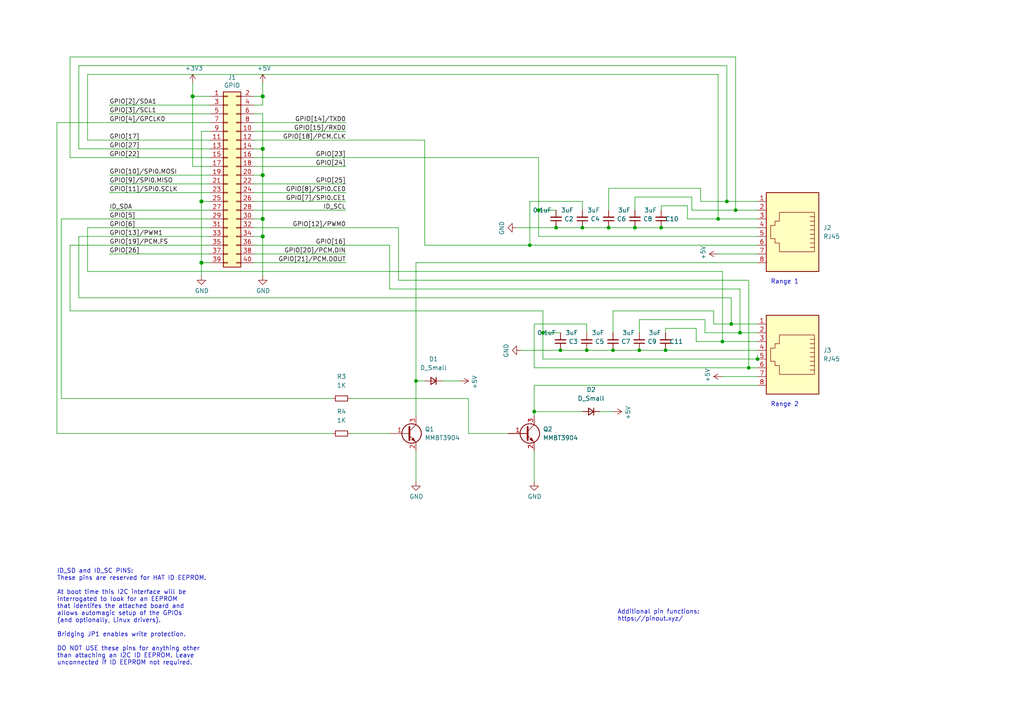
<source format=kicad_sch>
(kicad_sch (version 20211123) (generator eeschema)
  (paper "A4")
  (title_block (date "15 nov 2012"))
  (lib_symbols
    (symbol "Connector:RJ45" (pin_names (offset 1.016))
      (property "Reference" "J" (at -5.08 13.97 0))
      (property "Value" "RJ45" (at 2.54 13.97 0))
      (symbol "RJ45_0_1"
        (polyline (pts (xy -5.08 4.445) (xy -6.35 4.445)))
        (polyline (pts (xy -5.08 5.715) (xy -6.35 5.715)))
        (polyline (pts (xy -6.35 -3.175) (xy -5.08 -3.175) (xy -5.08 -3.175)))
        (polyline (pts (xy -6.35 -1.905) (xy -5.08 -1.905) (xy -5.08 -1.905)))
        (polyline (pts (xy -6.35 -0.635) (xy -5.08 -0.635) (xy -5.08 -0.635)))
        (polyline (pts (xy -6.35 0.635) (xy -5.08 0.635) (xy -5.08 0.635)))
        (polyline (pts (xy -6.35 1.905) (xy -5.08 1.905) (xy -5.08 1.905)))
        (polyline (pts (xy -5.08 3.175) (xy -6.35 3.175) (xy -6.35 3.175)))
        (polyline (pts (xy -6.35 -4.445) (xy -6.35 6.985) (xy 3.81 6.985) (xy 3.81 4.445) (xy 5.08 4.445) (xy 5.08 3.175) (xy 6.35 3.175) (xy 6.35 -0.635) (xy 5.08 -0.635) (xy 5.08 -1.905) (xy 3.81 -1.905) (xy 3.81 -4.445) (xy -6.35 -4.445) (xy -6.35 -4.445)))
        (rectangle (start 7.62 12.7) (end -7.62 -10.16) (stroke (width 0.254)) (fill (type background)))
      )
      (symbol "RJ45_1_1"
        (pin passive line (at 10.16 -7.62 180) (length 2.54) (name "~") (number "1"))
        (pin passive line (at 10.16 -5.08 180) (length 2.54) (name "~") (number "2"))
        (pin passive line (at 10.16 -2.54 180) (length 2.54) (name "~") (number "3"))
        (pin passive line (at 10.16 0 180) (length 2.54) (name "~") (number "4"))
        (pin passive line (at 10.16 2.54 180) (length 2.54) (name "~") (number "5"))
        (pin passive line (at 10.16 5.08 180) (length 2.54) (name "~") (number "6"))
        (pin passive line (at 10.16 7.62 180) (length 2.54) (name "~") (number "7"))
        (pin passive line (at 10.16 10.16 180) (length 2.54) (name "~") (number "8"))
      )
    )
    (symbol "Connector_Generic:Conn_02x20_Odd_Even" (pin_names (offset 1.016) hide)
      (property "Reference" "J" (at 1.27 25.4 0))
      (property "Value" "Conn_02x20_Odd_Even" (at 1.27 -27.94 0))
      (symbol "Conn_02x20_Odd_Even_1_1"
        (rectangle (start -1.27 -25.273) (end 0 -25.527) (stroke (width 0.1524)))
        (rectangle (start -1.27 -22.733) (end 0 -22.987) (stroke (width 0.1524)))
        (rectangle (start -1.27 -20.193) (end 0 -20.447) (stroke (width 0.1524)))
        (rectangle (start -1.27 -17.653) (end 0 -17.907) (stroke (width 0.1524)))
        (rectangle (start -1.27 -15.113) (end 0 -15.367) (stroke (width 0.1524)))
        (rectangle (start -1.27 -12.573) (end 0 -12.827) (stroke (width 0.1524)))
        (rectangle (start -1.27 -10.033) (end 0 -10.287) (stroke (width 0.1524)))
        (rectangle (start -1.27 -7.493) (end 0 -7.747) (stroke (width 0.1524)))
        (rectangle (start -1.27 -4.953) (end 0 -5.207) (stroke (width 0.1524)))
        (rectangle (start -1.27 -2.413) (end 0 -2.667) (stroke (width 0.1524)))
        (rectangle (start -1.27 0.127) (end 0 -0.127) (stroke (width 0.1524)))
        (rectangle (start -1.27 2.667) (end 0 2.413) (stroke (width 0.1524)))
        (rectangle (start -1.27 5.207) (end 0 4.953) (stroke (width 0.1524)))
        (rectangle (start -1.27 7.747) (end 0 7.493) (stroke (width 0.1524)))
        (rectangle (start -1.27 10.287) (end 0 10.033) (stroke (width 0.1524)))
        (rectangle (start -1.27 12.827) (end 0 12.573) (stroke (width 0.1524)))
        (rectangle (start -1.27 15.367) (end 0 15.113) (stroke (width 0.1524)))
        (rectangle (start -1.27 17.907) (end 0 17.653) (stroke (width 0.1524)))
        (rectangle (start -1.27 20.447) (end 0 20.193) (stroke (width 0.1524)))
        (rectangle (start -1.27 22.987) (end 0 22.733) (stroke (width 0.1524)))
        (rectangle (start -1.27 24.13) (end 3.81 -26.67) (stroke (width 0.254)) (fill (type background)))
        (rectangle (start 3.81 -25.273) (end 2.54 -25.527) (stroke (width 0.1524)))
        (rectangle (start 3.81 -22.733) (end 2.54 -22.987) (stroke (width 0.1524)))
        (rectangle (start 3.81 -20.193) (end 2.54 -20.447) (stroke (width 0.1524)))
        (rectangle (start 3.81 -17.653) (end 2.54 -17.907) (stroke (width 0.1524)))
        (rectangle (start 3.81 -15.113) (end 2.54 -15.367) (stroke (width 0.1524)))
        (rectangle (start 3.81 -12.573) (end 2.54 -12.827) (stroke (width 0.1524)))
        (rectangle (start 3.81 -10.033) (end 2.54 -10.287) (stroke (width 0.1524)))
        (rectangle (start 3.81 -7.493) (end 2.54 -7.747) (stroke (width 0.1524)))
        (rectangle (start 3.81 -4.953) (end 2.54 -5.207) (stroke (width 0.1524)))
        (rectangle (start 3.81 -2.413) (end 2.54 -2.667) (stroke (width 0.1524)))
        (rectangle (start 3.81 0.127) (end 2.54 -0.127) (stroke (width 0.1524)))
        (rectangle (start 3.81 2.667) (end 2.54 2.413) (stroke (width 0.1524)))
        (rectangle (start 3.81 5.207) (end 2.54 4.953) (stroke (width 0.1524)))
        (rectangle (start 3.81 7.747) (end 2.54 7.493) (stroke (width 0.1524)))
        (rectangle (start 3.81 10.287) (end 2.54 10.033) (stroke (width 0.1524)))
        (rectangle (start 3.81 12.827) (end 2.54 12.573) (stroke (width 0.1524)))
        (rectangle (start 3.81 15.367) (end 2.54 15.113) (stroke (width 0.1524)))
        (rectangle (start 3.81 17.907) (end 2.54 17.653) (stroke (width 0.1524)))
        (rectangle (start 3.81 20.447) (end 2.54 20.193) (stroke (width 0.1524)))
        (rectangle (start 3.81 22.987) (end 2.54 22.733) (stroke (width 0.1524)))
        (pin passive line (at -5.08 22.86 0) (length 3.81) (name "Pin_1") (number "1"))
        (pin passive line (at 7.62 12.7 180) (length 3.81) (name "Pin_10") (number "10"))
        (pin passive line (at -5.08 10.16 0) (length 3.81) (name "Pin_11") (number "11"))
        (pin passive line (at 7.62 10.16 180) (length 3.81) (name "Pin_12") (number "12"))
        (pin passive line (at -5.08 7.62 0) (length 3.81) (name "Pin_13") (number "13"))
        (pin passive line (at 7.62 7.62 180) (length 3.81) (name "Pin_14") (number "14"))
        (pin passive line (at -5.08 5.08 0) (length 3.81) (name "Pin_15") (number "15"))
        (pin passive line (at 7.62 5.08 180) (length 3.81) (name "Pin_16") (number "16"))
        (pin passive line (at -5.08 2.54 0) (length 3.81) (name "Pin_17") (number "17"))
        (pin passive line (at 7.62 2.54 180) (length 3.81) (name "Pin_18") (number "18"))
        (pin passive line (at -5.08 0 0) (length 3.81) (name "Pin_19") (number "19"))
        (pin passive line (at 7.62 22.86 180) (length 3.81) (name "Pin_2") (number "2"))
        (pin passive line (at 7.62 0 180) (length 3.81) (name "Pin_20") (number "20"))
        (pin passive line (at -5.08 -2.54 0) (length 3.81) (name "Pin_21") (number "21"))
        (pin passive line (at 7.62 -2.54 180) (length 3.81) (name "Pin_22") (number "22"))
        (pin passive line (at -5.08 -5.08 0) (length 3.81) (name "Pin_23") (number "23"))
        (pin passive line (at 7.62 -5.08 180) (length 3.81) (name "Pin_24") (number "24"))
        (pin passive line (at -5.08 -7.62 0) (length 3.81) (name "Pin_25") (number "25"))
        (pin passive line (at 7.62 -7.62 180) (length 3.81) (name "Pin_26") (number "26"))
        (pin passive line (at -5.08 -10.16 0) (length 3.81) (name "Pin_27") (number "27"))
        (pin passive line (at 7.62 -10.16 180) (length 3.81) (name "Pin_28") (number "28"))
        (pin passive line (at -5.08 -12.7 0) (length 3.81) (name "Pin_29") (number "29"))
        (pin passive line (at -5.08 20.32 0) (length 3.81) (name "Pin_3") (number "3"))
        (pin passive line (at 7.62 -12.7 180) (length 3.81) (name "Pin_30") (number "30"))
        (pin passive line (at -5.08 -15.24 0) (length 3.81) (name "Pin_31") (number "31"))
        (pin passive line (at 7.62 -15.24 180) (length 3.81) (name "Pin_32") (number "32"))
        (pin passive line (at -5.08 -17.78 0) (length 3.81) (name "Pin_33") (number "33"))
        (pin passive line (at 7.62 -17.78 180) (length 3.81) (name "Pin_34") (number "34"))
        (pin passive line (at -5.08 -20.32 0) (length 3.81) (name "Pin_35") (number "35"))
        (pin passive line (at 7.62 -20.32 180) (length 3.81) (name "Pin_36") (number "36"))
        (pin passive line (at -5.08 -22.86 0) (length 3.81) (name "Pin_37") (number "37"))
        (pin passive line (at 7.62 -22.86 180) (length 3.81) (name "Pin_38") (number "38"))
        (pin passive line (at -5.08 -25.4 0) (length 3.81) (name "Pin_39") (number "39"))
        (pin passive line (at 7.62 20.32 180) (length 3.81) (name "Pin_4") (number "4"))
        (pin passive line (at 7.62 -25.4 180) (length 3.81) (name "Pin_40") (number "40"))
        (pin passive line (at -5.08 17.78 0) (length 3.81) (name "Pin_5") (number "5"))
        (pin passive line (at 7.62 17.78 180) (length 3.81) (name "Pin_6") (number "6"))
        (pin passive line (at -5.08 15.24 0) (length 3.81) (name "Pin_7") (number "7"))
        (pin passive line (at 7.62 15.24 180) (length 3.81) (name "Pin_8") (number "8"))
        (pin passive line (at -5.08 12.7 0) (length 3.81) (name "Pin_9") (number "9"))
      )
    )
    (symbol "Device:C_Small" (pin_numbers hide) (pin_names (offset 0.254) hide)
      (property "Reference" "C" (at 0.254 1.778 0))
      (property "Value" "C_Small" (at 0.254 -2.032 0))
      (symbol "C_Small_0_1"
        (polyline (pts (xy -1.524 -0.508) (xy 1.524 -0.508)) (stroke (width 0.3302)))
        (polyline (pts (xy -1.524 0.508) (xy 1.524 0.508)) (stroke (width 0.3048)))
      )
      (symbol "C_Small_1_1"
        (pin passive line (at 0 2.54 270) (length 2.032) (name "~") (number "1"))
        (pin passive line (at 0 -2.54 90) (length 2.032) (name "~") (number "2"))
      )
    )
    (symbol "Device:D_Small" (pin_numbers hide) (pin_names (offset 0.254) hide)
      (property "Reference" "D" (at -1.27 2.032 0))
      (property "Value" "D_Small" (at -3.81 -2.032 0))
      (symbol "D_Small_0_1"
        (polyline (pts (xy -0.762 -1.016) (xy -0.762 1.016)) (stroke (width 0.254)))
        (polyline (pts (xy -0.762 0) (xy 0.762 0)))
        (polyline (pts (xy 0.762 -1.016) (xy -0.762 0) (xy 0.762 1.016) (xy 0.762 -1.016)) (stroke (width 0.254)))
      )
      (symbol "D_Small_1_1"
        (pin passive line (at -2.54 0 0) (length 1.778) (name "K") (number "1"))
        (pin passive line (at 2.54 0 180) (length 1.778) (name "A") (number "2"))
      )
    )
    (symbol "Device:R_Small" (pin_numbers hide) (pin_names (offset 0.254) hide)
      (property "Reference" "R" (at 0.762 0.508 0))
      (property "Value" "R_Small" (at 0.762 -1.016 0))
      (symbol "R_Small_0_1"
        (rectangle (start -0.762 1.778) (end 0.762 -1.778) (stroke (width 0.2032)))
      )
      (symbol "R_Small_1_1"
        (pin passive line (at 0 2.54 270) (length 0.762) (name "~") (number "1"))
        (pin passive line (at 0 -2.54 90) (length 0.762) (name "~") (number "2"))
      )
    )
    (symbol "Transistor_BJT:MMBT3904" (pin_names (offset 0) hide)
      (property "Reference" "Q" (at 5.08 1.905 0))
      (property "Value" "MMBT3904" (at 5.08 0 0))
      (symbol "MMBT3904_0_1"
        (polyline (pts (xy 0.635 0.635) (xy 2.54 2.54)))
        (polyline (pts (xy 0.635 -0.635) (xy 2.54 -2.54) (xy 2.54 -2.54)))
        (polyline (pts (xy 0.635 1.905) (xy 0.635 -1.905) (xy 0.635 -1.905)) (stroke (width 0.508)))
        (polyline (pts (xy 1.27 -1.778) (xy 1.778 -1.27) (xy 2.286 -2.286) (xy 1.27 -1.778) (xy 1.27 -1.778)) (fill (type outline)))
        (circle (center 1.27 0) (radius 2.8194) (stroke (width 0.254)))
      )
      (symbol "MMBT3904_1_1"
        (pin input line (at -5.08 0 0) (length 5.715) (name "B") (number "1"))
        (pin passive line (at 2.54 -5.08 90) (length 2.54) (name "E") (number "2"))
        (pin passive line (at 2.54 5.08 270) (length 2.54) (name "C") (number "3"))
      )
    )
    (symbol "power:+3.3V" (power) (pin_names (offset 0))
      (property "Value" "+3.3V" (at 0 3.556 0))
      (symbol "+3.3V_0_1"
        (polyline (pts (xy -0.762 1.27) (xy 0 2.54)))
        (polyline (pts (xy 0 0) (xy 0 2.54)))
        (polyline (pts (xy 0 2.54) (xy 0.762 1.27)))
      )
      (symbol "+3.3V_1_1"
        (pin power_in line (at 0 0 90) (length 0) hide (name "+3V3") (number "1"))
      )
    )
    (symbol "power:+5V" (power) (pin_names (offset 0))
      (property "Value" "+5V" (at 0 3.556 0))
      (symbol "+5V_0_1"
        (polyline (pts (xy -0.762 1.27) (xy 0 2.54)))
        (polyline (pts (xy 0 0) (xy 0 2.54)))
        (polyline (pts (xy 0 2.54) (xy 0.762 1.27)))
      )
      (symbol "+5V_1_1"
        (pin power_in line (at 0 0 90) (length 0) hide (name "+5V") (number "1"))
      )
    )
    (symbol "power:GND" (power) (pin_names (offset 0))
      (property "Value" "GND" (at 0 -3.81 0))
      (symbol "GND_0_1"
        (polyline (pts (xy 0 0) (xy 0 -1.27) (xy 1.27 -1.27) (xy 0 -2.54) (xy -1.27 -1.27) (xy 0 -1.27)))
      )
      (symbol "GND_1_1"
        (pin power_in line (at 0 0 270) (length 0) hide (name "GND") (number "1"))
      )
    )
  )
  (junction (at 184.15 66.04))
  (junction (at 208.28 63.5))
  (junction (at 76.2 27.94) (diameter 1.016))
  (junction (at 76.2 43.18) (diameter 1.016))
  (junction (at 217.17 106.68))
  (junction (at 120.65 110.49))
  (junction (at 209.55 99.06))
  (junction (at 168.91 66.04))
  (junction (at 153.67 71.12))
  (junction (at 210.82 58.42))
  (junction (at 176.53 66.04))
  (junction (at 58.42 76.2) (diameter 1.016))
  (junction (at 177.8 101.6))
  (junction (at 58.42 58.42) (diameter 1.016))
  (junction (at 154.94 119.38))
  (junction (at 161.29 66.04))
  (junction (at 76.2 68.58) (diameter 1.016))
  (junction (at 219.71 104.14))
  (junction (at 156.21 60.96))
  (junction (at 170.18 101.6))
  (junction (at 162.56 101.6))
  (junction (at 76.2 63.5) (diameter 1.016))
  (junction (at 76.2 50.8) (diameter 1.016))
  (junction (at 213.36 60.96))
  (junction (at 185.42 101.6))
  (junction (at 212.09 93.98))
  (junction (at 191.77 66.04))
  (junction (at 157.48 96.52))
  (junction (at 193.04 101.6))
  (junction (at 55.88 27.94) (diameter 1.016))
  (junction (at 214.63 96.52))
  (wire (pts (xy 58.42 58.42) (xy 58.42 76.2)))
  (wire (pts (xy 193.04 96.52) (xy 193.04 95.25)))
  (wire (pts (xy 73.66 58.42) (xy 100.33 58.42)))
  (wire (pts (xy 184.15 60.96) (xy 184.15 57.15)))
  (wire (pts (xy 25.4 40.64) (xy 60.96 40.64)))
  (wire (pts (xy 185.42 92.71) (xy 204.47 92.71)))
  (wire (pts (xy 17.78 115.57) (xy 96.52 115.57)))
  (wire (pts (xy 170.18 101.6) (xy 177.8 101.6)))
  (wire (pts (xy 76.2 33.02) (xy 76.2 43.18)))
  (wire (pts (xy 153.67 71.12) (xy 219.71 71.12)))
  (wire (pts (xy 113.03 71.12) (xy 113.03 83.82)))
  (wire (pts (xy 76.2 50.8) (xy 73.66 50.8)))
  (wire (pts (xy 191.77 60.96) (xy 191.77 59.69)))
  (wire (pts (xy 123.19 40.64) (xy 123.19 71.12)))
  (wire (pts (xy 120.65 120.65) (xy 120.65 110.49)))
  (wire (pts (xy 154.94 111.76) (xy 219.71 111.76)))
  (wire (pts (xy 76.2 63.5) (xy 76.2 68.58)))
  (wire (pts (xy 154.94 130.81) (xy 154.94 139.7)))
  (wire (pts (xy 73.66 66.04) (xy 115.57 66.04)))
  (wire (pts (xy 168.91 58.42) (xy 153.67 58.42)))
  (wire (pts (xy 212.09 93.98) (xy 219.71 93.98)))
  (wire (pts (xy 177.8 101.6) (xy 185.42 101.6)))
  (wire (pts (xy 17.78 63.5) (xy 60.96 63.5)))
  (wire (pts (xy 184.15 57.15) (xy 200.66 57.15)))
  (wire (pts (xy 22.86 43.18) (xy 22.86 19.05)))
  (wire (pts (xy 204.47 96.52) (xy 214.63 96.52)))
  (wire (pts (xy 76.2 50.8) (xy 76.2 63.5)))
  (wire (pts (xy 73.66 35.56) (xy 100.33 35.56)))
  (wire (pts (xy 58.42 38.1) (xy 58.42 58.42)))
  (wire (pts (xy 214.63 83.82) (xy 214.63 96.52)))
  (wire (pts (xy 168.91 60.96) (xy 168.91 58.42)))
  (wire (pts (xy 168.91 66.04) (xy 176.53 66.04)))
  (wire (pts (xy 203.2 54.61) (xy 203.2 58.42)))
  (wire (pts (xy 156.21 68.58) (xy 219.71 68.58)))
  (wire (pts (xy 120.65 76.2) (xy 219.71 76.2)))
  (wire (pts (xy 157.48 90.17) (xy 157.48 96.52)))
  (wire (pts (xy 58.42 38.1) (xy 60.96 38.1)))
  (wire (pts (xy 73.66 55.88) (xy 100.33 55.88)))
  (wire (pts (xy 60.96 60.96) (xy 31.75 60.96)))
  (wire (pts (xy 25.4 78.74) (xy 209.55 78.74)))
  (wire (pts (xy 154.94 93.98) (xy 154.94 106.68)))
  (wire (pts (xy 191.77 66.04) (xy 219.71 66.04)))
  (wire (pts (xy 210.82 19.05) (xy 210.82 58.42)))
  (wire (pts (xy 58.42 58.42) (xy 60.96 58.42)))
  (wire (pts (xy 73.66 71.12) (xy 113.03 71.12)))
  (wire (pts (xy 208.28 21.59) (xy 208.28 63.5)))
  (wire (pts (xy 73.66 45.72) (xy 156.21 45.72)))
  (wire (pts (xy 16.51 35.56) (xy 16.51 125.73)))
  (wire (pts (xy 214.63 96.52) (xy 219.71 96.52)))
  (wire (pts (xy 120.65 130.81) (xy 120.65 139.7)))
  (wire (pts (xy 199.39 63.5) (xy 208.28 63.5)))
  (wire (pts (xy 22.86 68.58) (xy 22.86 86.36)))
  (wire (pts (xy 151.13 101.6) (xy 162.56 101.6)))
  (wire (pts (xy 73.66 76.2) (xy 100.33 76.2)))
  (wire (pts (xy 58.42 76.2) (xy 58.42 80.01)))
  (wire (pts (xy 185.42 96.52) (xy 185.42 92.71)))
  (wire (pts (xy 55.88 24.13) (xy 55.88 27.94)))
  (wire (pts (xy 154.94 119.38) (xy 154.94 111.76)))
  (wire (pts (xy 149.86 66.04) (xy 161.29 66.04)))
  (wire (pts (xy 76.2 68.58) (xy 73.66 68.58)))
  (wire (pts (xy 154.94 119.38) (xy 168.91 119.38)))
  (wire (pts (xy 217.17 81.28) (xy 217.17 106.68)))
  (wire (pts (xy 161.29 66.04) (xy 168.91 66.04)))
  (wire (pts (xy 31.75 33.02) (xy 60.96 33.02)))
  (wire (pts (xy 200.66 60.96) (xy 213.36 60.96)))
  (wire (pts (xy 156.21 45.72) (xy 156.21 60.96)))
  (wire (pts (xy 170.18 93.98) (xy 154.94 93.98)))
  (wire (pts (xy 31.75 55.88) (xy 60.96 55.88)))
  (wire (pts (xy 212.09 86.36) (xy 212.09 93.98)))
  (wire (pts (xy 203.2 58.42) (xy 210.82 58.42)))
  (wire (pts (xy 176.53 60.96) (xy 176.53 54.61)))
  (wire (pts (xy 20.32 16.51) (xy 213.36 16.51)))
  (wire (pts (xy 55.88 48.26) (xy 60.96 48.26)))
  (wire (pts (xy 184.15 66.04) (xy 191.77 66.04)))
  (wire (pts (xy 219.71 104.14) (xy 219.71 102.87)))
  (wire (pts (xy 20.32 45.72) (xy 20.32 16.51)))
  (wire (pts (xy 60.96 30.48) (xy 31.75 30.48)))
  (wire (pts (xy 17.78 63.5) (xy 17.78 115.57)))
  (wire (pts (xy 76.2 27.94) (xy 76.2 30.48)))
  (wire (pts (xy 199.39 59.69) (xy 199.39 63.5)))
  (wire (pts (xy 76.2 43.18) (xy 76.2 50.8)))
  (wire (pts (xy 123.19 71.12) (xy 153.67 71.12)))
  (wire (pts (xy 153.67 58.42) (xy 153.67 71.12)))
  (wire (pts (xy 73.66 40.64) (xy 123.19 40.64)))
  (wire (pts (xy 25.4 66.04) (xy 60.96 66.04)))
  (wire (pts (xy 76.2 43.18) (xy 73.66 43.18)))
  (wire (pts (xy 20.32 90.17) (xy 157.48 90.17)))
  (wire (pts (xy 161.29 60.96) (xy 156.21 60.96)))
  (wire (pts (xy 115.57 66.04) (xy 115.57 81.28)))
  (wire (pts (xy 76.2 24.13) (xy 76.2 27.94)))
  (wire (pts (xy 213.36 60.96) (xy 219.71 60.96)))
  (wire (pts (xy 16.51 35.56) (xy 60.96 35.56)))
  (wire (pts (xy 76.2 27.94) (xy 73.66 27.94)))
  (wire (pts (xy 200.66 57.15) (xy 200.66 60.96)))
  (wire (pts (xy 55.88 27.94) (xy 55.88 48.26)))
  (wire (pts (xy 73.66 48.26) (xy 100.33 48.26)))
  (wire (pts (xy 22.86 68.58) (xy 60.96 68.58)))
  (wire (pts (xy 128.27 110.49) (xy 133.35 110.49)))
  (wire (pts (xy 73.66 38.1) (xy 100.33 38.1)))
  (wire (pts (xy 209.55 109.22) (xy 219.71 109.22)))
  (wire (pts (xy 191.77 59.69) (xy 199.39 59.69)))
  (wire (pts (xy 207.01 90.17) (xy 207.01 93.98)))
  (wire (pts (xy 177.8 90.17) (xy 207.01 90.17)))
  (wire (pts (xy 31.75 53.34) (xy 60.96 53.34)))
  (wire (pts (xy 207.01 93.98) (xy 212.09 93.98)))
  (wire (pts (xy 204.47 92.71) (xy 204.47 96.52)))
  (wire (pts (xy 20.32 71.12) (xy 20.32 90.17)))
  (wire (pts (xy 25.4 66.04) (xy 25.4 78.74)))
  (wire (pts (xy 115.57 81.28) (xy 217.17 81.28)))
  (wire (pts (xy 208.28 63.5) (xy 219.71 63.5)))
  (wire (pts (xy 76.2 30.48) (xy 73.66 30.48)))
  (wire (pts (xy 22.86 86.36) (xy 212.09 86.36)))
  (wire (pts (xy 217.17 106.68) (xy 219.71 106.68)))
  (wire (pts (xy 25.4 40.64) (xy 25.4 21.59)))
  (wire (pts (xy 20.32 71.12) (xy 60.96 71.12)))
  (wire (pts (xy 157.48 104.14) (xy 219.71 104.14)))
  (wire (pts (xy 16.51 125.73) (xy 96.52 125.73)))
  (wire (pts (xy 209.55 99.06) (xy 219.71 99.06)))
  (wire (pts (xy 58.42 76.2) (xy 60.96 76.2)))
  (wire (pts (xy 173.99 119.38) (xy 177.8 119.38)))
  (wire (pts (xy 162.56 96.52) (xy 157.48 96.52)))
  (wire (pts (xy 120.65 110.49) (xy 120.65 76.2)))
  (wire (pts (xy 210.82 58.42) (xy 219.71 58.42)))
  (wire (pts (xy 156.21 60.96) (xy 156.21 68.58)))
  (wire (pts (xy 193.04 95.25) (xy 201.93 95.25)))
  (wire (pts (xy 73.66 73.66) (xy 100.33 73.66)))
  (wire (pts (xy 20.32 45.72) (xy 60.96 45.72)))
  (wire (pts (xy 213.36 16.51) (xy 213.36 60.96)))
  (wire (pts (xy 193.04 101.6) (xy 219.71 101.6)))
  (wire (pts (xy 76.2 33.02) (xy 73.66 33.02)))
  (wire (pts (xy 31.75 73.66) (xy 60.96 73.66)))
  (wire (pts (xy 113.03 83.82) (xy 214.63 83.82)))
  (wire (pts (xy 101.6 125.73) (xy 113.03 125.73)))
  (wire (pts (xy 162.56 101.6) (xy 170.18 101.6)))
  (wire (pts (xy 176.53 54.61) (xy 203.2 54.61)))
  (wire (pts (xy 185.42 101.6) (xy 193.04 101.6)))
  (wire (pts (xy 157.48 96.52) (xy 157.48 104.14)))
  (wire (pts (xy 22.86 43.18) (xy 60.96 43.18)))
  (wire (pts (xy 120.65 110.49) (xy 123.19 110.49)))
  (wire (pts (xy 154.94 120.65) (xy 154.94 119.38)))
  (wire (pts (xy 201.93 95.25) (xy 201.93 99.06)))
  (wire (pts (xy 209.55 78.74) (xy 209.55 99.06)))
  (wire (pts (xy 135.89 115.57) (xy 101.6 115.57)))
  (wire (pts (xy 176.53 66.04) (xy 184.15 66.04)))
  (wire (pts (xy 208.28 73.66) (xy 219.71 73.66)))
  (wire (pts (xy 76.2 68.58) (xy 76.2 80.01)))
  (wire (pts (xy 73.66 53.34) (xy 100.33 53.34)))
  (wire (pts (xy 154.94 106.68) (xy 217.17 106.68)))
  (wire (pts (xy 76.2 63.5) (xy 73.66 63.5)))
  (wire (pts (xy 55.88 27.94) (xy 60.96 27.94)))
  (wire (pts (xy 25.4 21.59) (xy 208.28 21.59)))
  (wire (pts (xy 22.86 19.05) (xy 210.82 19.05)))
  (wire (pts (xy 201.93 99.06) (xy 209.55 99.06)))
  (wire (pts (xy 135.89 125.73) (xy 135.89 115.57)))
  (wire (pts (xy 60.96 50.8) (xy 31.75 50.8)))
  (wire (pts (xy 73.66 60.96) (xy 100.33 60.96)))
  (wire (pts (xy 147.32 125.73) (xy 135.89 125.73)))
  (wire (pts (xy 177.8 96.52) (xy 177.8 90.17)))
  (wire (pts (xy 170.18 96.52) (xy 170.18 93.98)))
  (text "Range 1" (at 223.52 82.55 0) (effects (font (size 1.27 1.27)) (justify left bottom)))
  (text "Additional pin functions:\nhttps://pinout.xyz/" (at 179.07 180.34 0) (effects (font (size 1.27 1.27)) (justify left bottom)))
  (text "Range 2" (at 223.52 118.11 0) (effects (font (size 1.27 1.27)) (justify left bottom)))
  (text "ID_SD and ID_SC PINS:\nThese pins are reserved for HAT ID EEPROM.\n\nAt boot time this I2C interface will be\ninterrogated to look for an EEPROM\nthat identifes the attached board and\nallows automagic setup of the GPIOs\n(and optionally, Linux drivers).\n\nBridging JP1 enables write protection.\n\nDO NOT USE these pins for anything other\nthan attaching an I2C ID EEPROM. Leave\nunconnected if ID EEPROM not required." (at 16.51 193.04 0) (effects (font (size 1.27 1.27)) (justify left bottom)))
  (label "ID_SDA" (at 31.75 60.96 0))
  (label "GPIO[6]" (at 31.75 66.04 0))
  (label "ID_SCL" (at 100.33 60.96 180))
  (label "GPIO[5]" (at 31.75 63.5 0))
  (label "GPIO[21]{slash}PCM.DOUT" (at 100.33 76.2 180))
  (label "GPIO[19]{slash}PCM.FS" (at 31.75 71.12 0))
  (label "GPIO[10]{slash}SPI0.MOSI" (at 31.75 50.8 0))
  (label "GPIO[9]{slash}SPI0.MISO" (at 31.75 53.34 0))
  (label "GPIO[23]" (at 100.33 45.72 180))
  (label "GPIO[4]{slash}GPCLK0" (at 31.75 35.56 0))
  (label "GPIO[27]" (at 31.75 43.18 0))
  (label "GPIO[26]" (at 31.75 73.66 0))
  (label "GPIO[14]{slash}TXD0" (at 100.33 35.56 180))
  (label "GPIO[8]{slash}SPI0.CE0" (at 100.33 55.88 180))
  (label "GPIO[15]{slash}RXD0" (at 100.33 38.1 180))
  (label "GPIO[16]" (at 100.33 71.12 180))
  (label "GPIO[22]" (at 31.75 45.72 0))
  (label "GPIO[2]{slash}SDA1" (at 31.75 30.48 0))
  (label "GPIO[17]" (at 31.75 40.64 0))
  (label "GPIO[25]" (at 100.33 53.34 180))
  (label "GPIO[3]{slash}SCL1" (at 31.75 33.02 0))
  (label "GPIO[18]{slash}PCM.CLK" (at 100.33 40.64 180))
  (label "GPIO[12]{slash}PWM0" (at 100.33 66.04 180))
  (label "GPIO[13]{slash}PWM1" (at 31.75 68.58 0))
  (label "GPIO[20]{slash}PCM.DIN" (at 100.33 73.66 180))
  (label "GPIO[24]" (at 100.33 48.26 180))
  (label "GPIO[7]{slash}SPI0.CE1" (at 100.33 58.42 180))
  (label "GPIO[11]{slash}SPI0.SCLK" (at 31.75 55.88 0))
  (symbol (lib_id "power:+5V") (at 76.2 24.13 0) (unit 1)
    (property "Reference" "#PWR01" (effects hide))
    (property "Value" "+5V" (at 76.5683 19.8056 0))
  )
  (symbol (lib_id "power:+3.3V") (at 55.88 24.13 0) (unit 1)
    (property "Reference" "#PWR04" (effects hide))
    (property "Value" "+3.3V" (at 56.2483 19.8056 0))
  )
  (symbol (lib_id "power:GND") (at 76.2 80.01 0) (unit 1)
    (property "Reference" "#PWR02" (effects hide))
    (property "Value" "GND" (at 76.3143 84.3344 0))
  )
  (symbol (lib_id "power:GND") (at 58.42 80.01 0) (unit 1)
    (property "Reference" "#PWR03" (effects hide))
    (property "Value" "GND" (at 58.5343 84.3344 0))
  )
  (symbol (lib_id "Connector_Generic:Conn_02x20_Odd_Even") (at 66.04 50.8 0) (unit 1)
    (property "Reference" "J1" (at 67.31 22.4598 0))
    (property "Value" "GPIO" (at 67.31 24.765 0))
    (property "Footprint" "Connector_PinSocket_2.54mm:PinSocket_2x20_P2.54mm_Vertical" (effects hide))
  )
  (symbol (lib_id "power:+5V") (at 209.55 109.22 90) (unit 1)
    (property "Reference" "#PWR0105" (effects hide))
    (property "Value" "+5V" (at 205.2256 108.8517 0))
  )
  (symbol (lib_id "power:GND") (at 120.65 139.7 0) (unit 1)
    (property "Reference" "#PWR0106" (effects hide))
    (property "Value" "GND" (at 120.7643 144.0244 0))
  )
  (symbol (lib_id "Device:C_Small") (at 161.29 63.5 180) (unit 1)
    (property "Reference" "C2" (at 166.37 63.5 0) (effects (justify left)))
    (property "Value" "0.1uF" (at 160.02 60.96 0) (effects (justify left)))
    (property "Footprint" "Capacitor_SMD:C_1206_3216Metric_Pad1.33x1.80mm_HandSolder" (effects hide))
  )
  (symbol (lib_id "Device:C_Small") (at 162.56 99.06 180) (unit 1)
    (property "Reference" "C3" (at 167.64 99.06 0) (effects (justify left)))
    (property "Value" "0.1uF" (at 161.29 96.52 0) (effects (justify left)))
    (property "Footprint" "Capacitor_SMD:C_1206_3216Metric_Pad1.33x1.80mm_HandSolder" (effects hide))
  )
  (symbol (lib_id "Device:C_Small") (at 191.77 63.5 180) (unit 1)
    (property "Reference" "C10" (at 196.85 63.5 0) (effects (justify left)))
    (property "Value" "3uF" (at 190.5 60.96 0) (effects (justify left)))
    (property "Footprint" "Capacitor_SMD:C_1206_3216Metric_Pad1.33x1.80mm_HandSolder" (effects hide))
  )
  (symbol (lib_id "Connector:RJ45") (at 229.87 66.04 180) (unit 1)
    (property "Reference" "J2" (at 238.76 66.0399 0) (effects (justify right)))
    (property "Value" "RJ45" (at 238.76 68.5799 0) (effects (justify right)))
    (property "Footprint" "1-215877-3:TE_1-215877-3" (effects hide))
    (property "Datasheet" "https://no.mouser.com/ProductDetail/TE-Connectivity-AMP/1-215877-3?qs=m7RwewakXS%2Fuf9F5hTSxiQ%3D%3D" (effects hide))
  )
  (symbol (lib_id "Device:C_Small") (at 184.15 63.5 180) (unit 1)
    (property "Reference" "C8" (at 189.23 63.5 0) (effects (justify left)))
    (property "Value" "3uF" (at 182.88 60.96 0) (effects (justify left)))
    (property "Footprint" "Capacitor_SMD:C_1206_3216Metric_Pad1.33x1.80mm_HandSolder" (effects hide))
  )
  (symbol (lib_id "Device:C_Small") (at 193.04 99.06 180) (unit 1)
    (property "Reference" "C11" (at 198.12 99.06 0) (effects (justify left)))
    (property "Value" "3uF" (at 191.77 96.52 0) (effects (justify left)))
    (property "Footprint" "Capacitor_SMD:C_1206_3216Metric_Pad1.33x1.80mm_HandSolder" (effects hide))
  )
  (symbol (lib_id "Device:R_Small") (at 99.06 125.73 90) (unit 1)
    (property "Reference" "R4" (at 99.06 119.38 90))
    (property "Value" "1K" (at 99.06 121.92 90))
    (property "Footprint" "Resistor_SMD:R_1206_3216Metric_Pad1.30x1.75mm_HandSolder" (effects hide))
  )
  (symbol (lib_id "power:GND") (at 149.86 66.04 270) (unit 1)
    (property "Reference" "#PWR0111" (effects hide))
    (property "Value" "GND" (at 145.5356 66.1543 0))
  )
  (symbol (lib_id "Device:C_Small") (at 170.18 99.06 180) (unit 1)
    (property "Reference" "C5" (at 175.26 99.06 0) (effects (justify left)))
    (property "Value" "3uF" (at 167.64 96.52 0) (effects (justify left)))
    (property "Footprint" "Capacitor_SMD:C_1206_3216Metric_Pad1.33x1.80mm_HandSolder" (effects hide))
  )
  (symbol (lib_id "power:+5V") (at 177.8 119.38 270) (unit 1)
    (property "Reference" "#PWR0108" (effects hide))
    (property "Value" "+5V" (at 182.1244 119.7483 0))
  )
  (symbol (lib_id "Device:D_Small") (at 125.73 110.49 180) (unit 1)
    (property "Reference" "D1" (at 125.73 104.14 0))
    (property "Value" "D_Small" (at 125.73 106.68 0))
    (property "Footprint" "Diode_SMD:D_SMA_Handsoldering" (effects hide))
    (property "Datasheet" "https://fscdn.rohm.com/en/products/databook/datasheet/discrete/diode/schottky_barrier/rb058l-30ddte25-e.pdf" (effects hide))
  )
  (symbol (lib_id "Device:D_Small") (at 171.45 119.38 180) (unit 1)
    (property "Reference" "D2" (at 171.45 113.03 0))
    (property "Value" "D_Small" (at 171.45 115.57 0))
    (property "Footprint" "Diode_SMD:D_SMA_Handsoldering" (effects hide))
    (property "Datasheet" "https://fscdn.rohm.com/en/products/databook/datasheet/discrete/diode/schottky_barrier/rb058l-30ddte25-e.pdf" (effects hide))
  )
  (symbol (lib_id "power:GND") (at 154.94 139.7 0) (unit 1)
    (property "Reference" "#PWR0107" (effects hide))
    (property "Value" "GND" (at 155.0543 144.0244 0))
  )
  (symbol (lib_id "Device:C_Small") (at 185.42 99.06 180) (unit 1)
    (property "Reference" "C9" (at 190.5 99.06 0) (effects (justify left)))
    (property "Value" "3uF" (at 184.15 96.52 0) (effects (justify left)))
    (property "Footprint" "Capacitor_SMD:C_1206_3216Metric_Pad1.33x1.80mm_HandSolder" (effects hide))
  )
  (symbol (lib_id "Device:C_Small") (at 176.53 63.5 180) (unit 1)
    (property "Reference" "C6" (at 181.61 63.5 0) (effects (justify left)))
    (property "Value" "3uF" (at 173.99 60.96 0) (effects (justify left)))
    (property "Footprint" "Capacitor_SMD:C_1206_3216Metric_Pad1.33x1.80mm_HandSolder" (effects hide))
  )
  (symbol (lib_id "Device:C_Small") (at 177.8 99.06 180) (unit 1)
    (property "Reference" "C7" (at 182.88 99.06 0) (effects (justify left)))
    (property "Value" "3uF" (at 175.26 96.52 0) (effects (justify left)))
    (property "Footprint" "Capacitor_SMD:C_1206_3216Metric_Pad1.33x1.80mm_HandSolder" (effects hide))
  )
  (symbol (lib_id "power:GND") (at 151.13 101.6 270) (unit 1)
    (property "Reference" "#PWR0110" (effects hide))
    (property "Value" "GND" (at 146.8056 101.7143 0))
  )
  (symbol (lib_id "Device:R_Small") (at 99.06 115.57 90) (unit 1)
    (property "Reference" "R3" (at 99.06 109.22 90))
    (property "Value" "1K" (at 99.06 111.76 90))
    (property "Footprint" "Resistor_SMD:R_1206_3216Metric_Pad1.30x1.75mm_HandSolder" (effects hide))
  )
  (symbol (lib_id "Transistor_BJT:MMBT3904") (at 152.4 125.73 0) (unit 1)
    (property "Reference" "Q2" (at 157.48 124.4599 0) (effects (justify left)))
    (property "Value" "MMBT3904" (at 157.48 126.9999 0) (effects (justify left)))
    (property "Footprint" "Package_TO_SOT_SMD:SOT-23" (effects hide))
    (property "Datasheet" "https://www.onsemi.com/pub/Collateral/2N3903-D.PDF" (effects hide))
  )
  (symbol (lib_id "Transistor_BJT:MMBT3904") (at 118.11 125.73 0) (unit 1)
    (property "Reference" "Q1" (at 123.19 124.4599 0) (effects (justify left)))
    (property "Value" "MMBT3904" (at 123.19 126.9999 0) (effects (justify left)))
    (property "Footprint" "Package_TO_SOT_SMD:SOT-23" (effects hide))
    (property "Datasheet" "https://www.onsemi.com/pub/Collateral/2N3903-D.PDF" (effects hide))
  )
  (symbol (lib_id "power:+5V") (at 208.28 73.66 90) (unit 1)
    (property "Reference" "#PWR0104" (effects hide))
    (property "Value" "+5V" (at 203.9556 73.2917 0))
  )
  (symbol (lib_id "power:+5V") (at 133.35 110.49 270) (unit 1)
    (property "Reference" "#PWR0109" (effects hide))
    (property "Value" "+5V" (at 137.6744 110.8583 0))
  )
  (symbol (lib_id "Connector:RJ45") (at 229.87 101.6 180) (unit 1)
    (property "Reference" "J3" (at 238.76 101.5999 0) (effects (justify right)))
    (property "Value" "RJ45" (at 238.76 104.1399 0) (effects (justify right)))
    (property "Footprint" "1-215877-3:TE_1-215877-3" (effects hide))
    (property "Datasheet" "https://no.mouser.com/ProductDetail/TE-Connectivity-AMP/1-215877-3?qs=m7RwewakXS%2Fuf9F5hTSxiQ%3D%3D" (effects hide))
  )
  (symbol (lib_id "Device:C_Small") (at 168.91 63.5 180) (unit 1)
    (property "Reference" "C4" (at 173.99 63.5 0) (effects (justify left)))
    (property "Value" "3uF" (at 166.37 60.96 0) (effects (justify left)))
    (property "Footprint" "Capacitor_SMD:C_1206_3216Metric_Pad1.33x1.80mm_HandSolder" (effects hide))
  )
)
</source>
